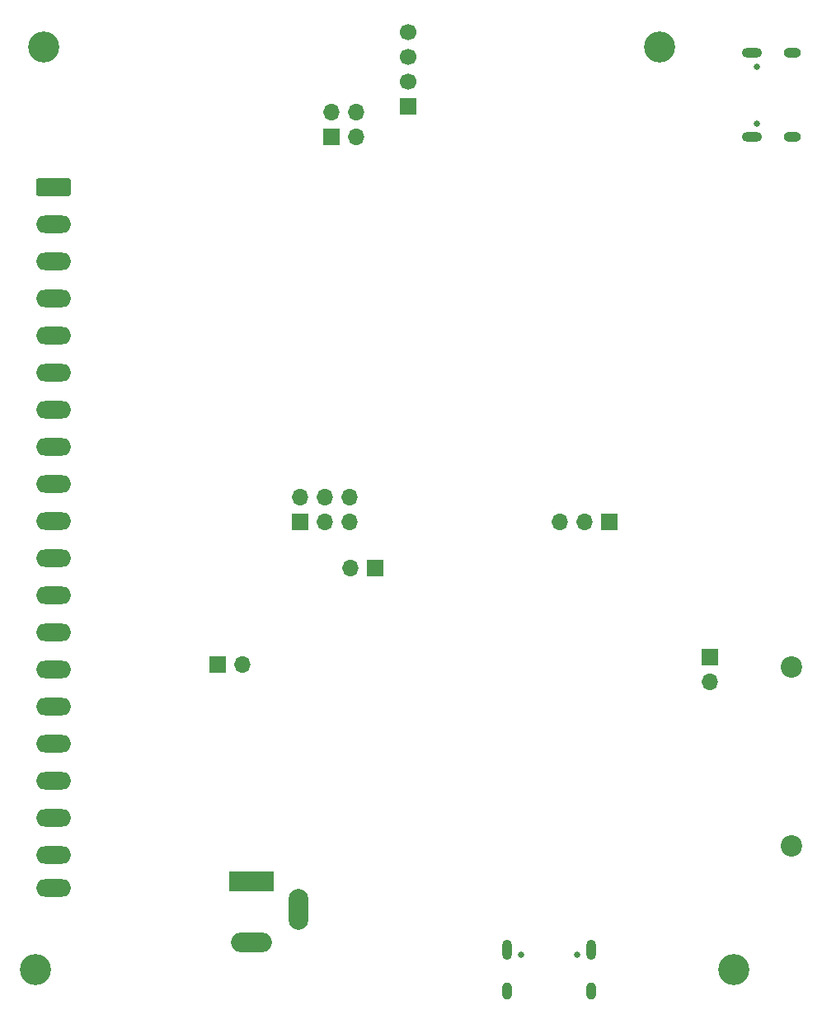
<source format=gbr>
%TF.GenerationSoftware,KiCad,Pcbnew,9.0.2*%
%TF.CreationDate,2025-12-23T12:34:07+01:00*%
%TF.ProjectId,HilBox,48696c42-6f78-42e6-9b69-6361645f7063,rev?*%
%TF.SameCoordinates,Original*%
%TF.FileFunction,Soldermask,Bot*%
%TF.FilePolarity,Negative*%
%FSLAX46Y46*%
G04 Gerber Fmt 4.6, Leading zero omitted, Abs format (unit mm)*
G04 Created by KiCad (PCBNEW 9.0.2) date 2025-12-23 12:34:07*
%MOMM*%
%LPD*%
G01*
G04 APERTURE LIST*
G04 Aperture macros list*
%AMRoundRect*
0 Rectangle with rounded corners*
0 $1 Rounding radius*
0 $2 $3 $4 $5 $6 $7 $8 $9 X,Y pos of 4 corners*
0 Add a 4 corners polygon primitive as box body*
4,1,4,$2,$3,$4,$5,$6,$7,$8,$9,$2,$3,0*
0 Add four circle primitives for the rounded corners*
1,1,$1+$1,$2,$3*
1,1,$1+$1,$4,$5*
1,1,$1+$1,$6,$7*
1,1,$1+$1,$8,$9*
0 Add four rect primitives between the rounded corners*
20,1,$1+$1,$2,$3,$4,$5,0*
20,1,$1+$1,$4,$5,$6,$7,0*
20,1,$1+$1,$6,$7,$8,$9,0*
20,1,$1+$1,$8,$9,$2,$3,0*%
G04 Aperture macros list end*
%ADD10C,2.200000*%
%ADD11C,3.200000*%
%ADD12O,1.800000X1.000000*%
%ADD13O,2.100000X1.000000*%
%ADD14C,0.650000*%
%ADD15O,1.700000X1.700000*%
%ADD16R,1.700000X1.700000*%
%ADD17O,3.600000X1.800000*%
%ADD18RoundRect,0.250000X-1.550000X0.650000X-1.550000X-0.650000X1.550000X-0.650000X1.550000X0.650000X0*%
%ADD19O,2.000000X4.200000*%
%ADD20O,4.200000X2.000000*%
%ADD21R,4.600000X2.000000*%
%ADD22C,1.700000*%
%ADD23O,1.000000X2.100000*%
%ADD24O,1.000000X1.800000*%
G04 APERTURE END LIST*
D10*
%TO.C,H5*%
X118300000Y-117900000D03*
%TD*%
%TO.C,H6*%
X118300000Y-136300000D03*
%TD*%
D11*
%TO.C,H4*%
X112350000Y-149000000D03*
%TD*%
%TO.C,H3*%
X40600000Y-149000000D03*
%TD*%
%TO.C,H2*%
X104700000Y-54250000D03*
%TD*%
D12*
%TO.C,J7*%
X118375000Y-54880000D03*
D13*
X114195000Y-54880000D03*
D12*
X118375000Y-63520000D03*
D13*
X114195000Y-63520000D03*
D14*
X114695000Y-56310000D03*
X114695000Y-62090000D03*
%TD*%
D15*
%TO.C,J24*%
X72855000Y-100485000D03*
X72854999Y-103025000D03*
X70315000Y-100485000D03*
X70315000Y-103025000D03*
X67775000Y-100485000D03*
D16*
X67775000Y-103025000D03*
%TD*%
D17*
%TO.C,J1*%
X42519600Y-140614400D03*
X42519600Y-137199400D03*
X42519600Y-133389400D03*
X42519600Y-129579400D03*
X42519600Y-125769400D03*
X42519600Y-121959400D03*
X42519600Y-118149400D03*
X42519600Y-114339400D03*
X42519600Y-110529400D03*
X42519600Y-106719400D03*
X42519600Y-102909400D03*
X42519600Y-99099400D03*
X42519600Y-95289400D03*
X42519600Y-91479400D03*
X42519600Y-87669400D03*
X42519600Y-83859400D03*
X42519600Y-80049400D03*
X42519600Y-76239400D03*
X42519600Y-72429400D03*
D18*
X42519600Y-68619400D03*
%TD*%
D19*
%TO.C,J2*%
X67600000Y-142800000D03*
D20*
X62800000Y-146200000D03*
D21*
X62800000Y-139900000D03*
%TD*%
D16*
%TO.C,J22*%
X75475000Y-107800000D03*
D15*
X72935000Y-107800000D03*
%TD*%
D11*
%TO.C,H1*%
X41450000Y-54250000D03*
%TD*%
D16*
%TO.C,J8*%
X78900000Y-60380000D03*
D22*
X78900000Y-57840000D03*
X78900000Y-55300000D03*
X78900000Y-52760000D03*
%TD*%
D16*
%TO.C,J21*%
X109850000Y-116925000D03*
D15*
X109850000Y-119465000D03*
%TD*%
D16*
%TO.C,J20*%
X71060000Y-63440000D03*
D15*
X71060000Y-60900000D03*
X73600000Y-63440000D03*
X73600000Y-60900000D03*
%TD*%
D16*
%TO.C,J23*%
X59300000Y-117700000D03*
D15*
X61840000Y-117700000D03*
%TD*%
D16*
%TO.C,J11*%
X99580000Y-103000000D03*
D15*
X97040000Y-103000000D03*
X94500000Y-103000000D03*
%TD*%
D14*
%TO.C,J5*%
X90510000Y-147495000D03*
X96290000Y-147495000D03*
D23*
X89080000Y-146995000D03*
D24*
X89080000Y-151175000D03*
D23*
X97720000Y-146995000D03*
D24*
X97720000Y-151175000D03*
%TD*%
M02*

</source>
